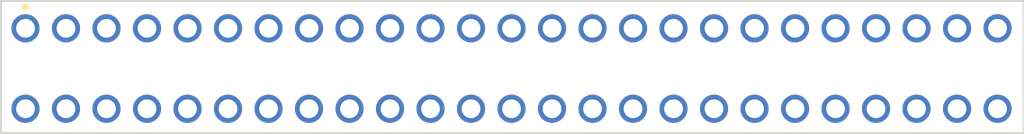
<source format=kicad_pcb>
(kicad_pcb (version 20221018) (generator pcbnew)
  (layers (0 "F.Cu" signal) (31 "B.Cu" signal) (34 "B.Paste" user) (35 "F.Paste" user) (36 "B.SilkS" user "B.Silkscreen") (37 "F.SilkS" user "F.Silkscreen") (38 "B.Mask" user) (39 "F.Mask" user) (44 "Edge.Cuts" user))
  (net 0 "")
  (footprint "centronics:111050113L001" (layer "F.Cu") (at 119.32 101.49)
    (fp_text reference "J**" hide)
    (fp_text value "111050113L001" hide)
    (fp_line (start -0.1 -1.116) (end -0.1 -1.116) (stroke (width 0.2)) (layer "F.SilkS"))
    (fp_arc (start -0.1 -1.116) (mid 0 -1.216) (end 0.1 -1.116) (stroke (width 0.2)) (layer "F.SilkS"))
    (fp_arc (start 0.1 -1.116) (mid 0 -1.016) (end -0.1 -1.116) (stroke (width 0.2)) (layer "F.SilkS"))
    (pad "1" thru_hole circle (at 0 0) (size 1.5 1.5) (drill 1) (layers "*.Cu" "*.Mask"))
    (pad "2" thru_hole circle (at 2.16 0) (size 1.5 1.5) (drill 1) (layers "*.Cu" "*.Mask"))
    (pad "3" thru_hole circle (at 4.32 0) (size 1.5 1.5) (drill 1) (layers "*.Cu" "*.Mask"))
    (pad "4" thru_hole circle (at 6.48 0) (size 1.5 1.5) (drill 1) (layers "*.Cu" "*.Mask"))
    (pad "5" thru_hole circle (at 8.64 0) (size 1.5 1.5) (drill 1) (layers "*.Cu" "*.Mask"))
    (pad "6" thru_hole circle (at 10.8 0) (size 1.5 1.5) (drill 1) (layers "*.Cu" "*.Mask"))
    (pad "7" thru_hole circle (at 12.96 0) (size 1.5 1.5) (drill 1) (layers "*.Cu" "*.Mask"))
    (pad "8" thru_hole circle (at 15.12 0) (size 1.5 1.5) (drill 1) (layers "*.Cu" "*.Mask"))
    (pad "9" thru_hole circle (at 17.28 0) (size 1.5 1.5) (drill 1) (layers "*.Cu" "*.Mask"))
    (pad "10" thru_hole circle (at 19.44 0) (size 1.5 1.5) (drill 1) (layers "*.Cu" "*.Mask"))
    (pad "11" thru_hole circle (at 21.6 0) (size 1.5 1.5) (drill 1) (layers "*.Cu" "*.Mask"))
    (pad "12" thru_hole circle (at 23.76 0) (size 1.5 1.5) (drill 1) (layers "*.Cu" "*.Mask"))
    (pad "13" thru_hole circle (at 25.92 0) (size 1.5 1.5) (drill 1) (layers "*.Cu" "*.Mask"))
    (pad "14" thru_hole circle (at 28.08 0) (size 1.5 1.5) (drill 1) (layers "*.Cu" "*.Mask"))
    (pad "15" thru_hole circle (at 30.24 0) (size 1.5 1.5) (drill 1) (layers "*.Cu" "*.Mask"))
    (pad "16" thru_hole circle (at 32.4 0) (size 1.5 1.5) (drill 1) (layers "*.Cu" "*.Mask"))
    (pad "17" thru_hole circle (at 34.56 0) (size 1.5 1.5) (drill 1) (layers "*.Cu" "*.Mask"))
    (pad "18" thru_hole circle (at 36.72 0) (size 1.5 1.5) (drill 1) (layers "*.Cu" "*.Mask"))
    (pad "19" thru_hole circle (at 38.88 0) (size 1.5 1.5) (drill 1) (layers "*.Cu" "*.Mask"))
    (pad "20" thru_hole circle (at 41.04 0) (size 1.5 1.5) (drill 1) (layers "*.Cu" "*.Mask"))
    (pad "21" thru_hole circle (at 43.2 0) (size 1.5 1.5) (drill 1) (layers "*.Cu" "*.Mask"))
    (pad "22" thru_hole circle (at 45.36 0) (size 1.5 1.5) (drill 1) (layers "*.Cu" "*.Mask"))
    (pad "23" thru_hole circle (at 47.52 0) (size 1.5 1.5) (drill 1) (layers "*.Cu" "*.Mask"))
    (pad "24" thru_hole circle (at 49.68 0) (size 1.5 1.5) (drill 1) (layers "*.Cu" "*.Mask"))
    (pad "25" thru_hole circle (at 51.84 0) (size 1.5 1.5) (drill 1) (layers "*.Cu" "*.Mask"))
    (pad "26" thru_hole circle (at 0 4.29) (size 1.5 1.5) (drill 1) (layers "*.Cu" "*.Mask"))
    (pad "27" thru_hole circle (at 2.16 4.29) (size 1.5 1.5) (drill 1) (layers "*.Cu" "*.Mask"))
    (pad "28" thru_hole circle (at 4.32 4.29) (size 1.5 1.5) (drill 1) (layers "*.Cu" "*.Mask"))
    (pad "29" thru_hole circle (at 6.48 4.29) (size 1.5 1.5) (drill 1) (layers "*.Cu" "*.Mask"))
    (pad "30" thru_hole circle (at 8.64 4.29) (size 1.5 1.5) (drill 1) (layers "*.Cu" "*.Mask"))
    (pad "31" thru_hole circle (at 10.8 4.29) (size 1.5 1.5) (drill 1) (layers "*.Cu" "*.Mask"))
    (pad "32" thru_hole circle (at 12.96 4.29) (size 1.5 1.5) (drill 1) (layers "*.Cu" "*.Mask"))
    (pad "33" thru_hole circle (at 15.12 4.29) (size 1.5 1.5) (drill 1) (layers "*.Cu" "*.Mask"))
    (pad "34" thru_hole circle (at 17.28 4.29) (size 1.5 1.5) (drill 1) (layers "*.Cu" "*.Mask"))
    (pad "35" thru_hole circle (at 19.44 4.29) (size 1.5 1.5) (drill 1) (layers "*.Cu" "*.Mask"))
    (pad "36" thru_hole circle (at 21.6 4.29) (size 1.5 1.5) (drill 1) (layers "*.Cu" "*.Mask"))
    (pad "37" thru_hole circle (at 23.76 4.29) (size 1.5 1.5) (drill 1) (layers "*.Cu" "*.Mask"))
    (pad "38" thru_hole circle (at 25.92 4.29) (size 1.5 1.5) (drill 1) (layers "*.Cu" "*.Mask"))
    (pad "39" thru_hole circle (at 28.08 4.29) (size 1.5 1.5) (drill 1) (layers "*.Cu" "*.Mask"))
    (pad "40" thru_hole circle (at 30.24 4.29) (size 1.5 1.5) (drill 1) (layers "*.Cu" "*.Mask"))
    (pad "41" thru_hole circle (at 32.4 4.29) (size 1.5 1.5) (drill 1) (layers "*.Cu" "*.Mask"))
    (pad "42" thru_hole circle (at 34.56 4.29) (size 1.5 1.5) (drill 1) (layers "*.Cu" "*.Mask"))
    (pad "43" thru_hole circle (at 36.72 4.29) (size 1.5 1.5) (drill 1) (layers "*.Cu" "*.Mask"))
    (pad "44" thru_hole circle (at 38.88 4.29) (size 1.5 1.5) (drill 1) (layers "*.Cu" "*.Mask"))
    (pad "45" thru_hole circle (at 41.04 4.29) (size 1.5 1.5) (drill 1) (layers "*.Cu" "*.Mask"))
    (pad "46" thru_hole circle (at 43.2 4.29) (size 1.5 1.5) (drill 1) (layers "*.Cu" "*.Mask"))
    (pad "47" thru_hole circle (at 45.36 4.29) (size 1.5 1.5) (drill 1) (layers "*.Cu" "*.Mask"))
    (pad "48" thru_hole circle (at 47.52 4.29) (size 1.5 1.5) (drill 1) (layers "*.Cu" "*.Mask"))
    (pad "49" thru_hole circle (at 49.68 4.29) (size 1.5 1.5) (drill 1) (layers "*.Cu" "*.Mask"))
    (pad "50" thru_hole circle (at 51.84 4.29) (size 1.5 1.5) (drill 1) (layers "*.Cu" "*.Mask"))
  )
  (gr_rect (start 118.01 100.03) (end 172.54 107.08) (stroke (width 0.1)) (fill none) (layer "Edge.Cuts"))
)
</source>
